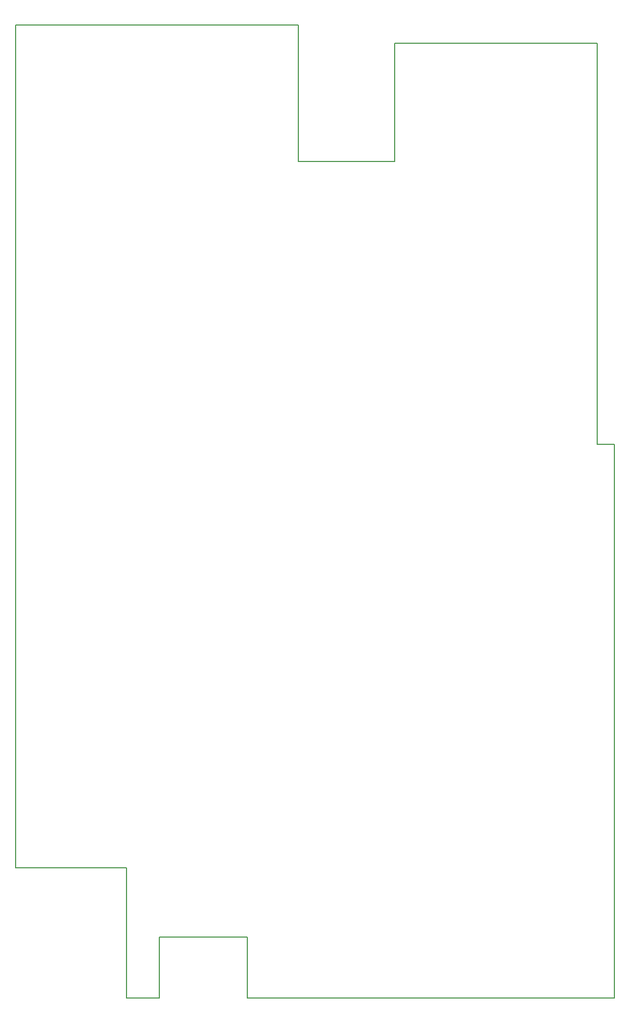
<source format=gko>
G75*
G70*
%OFA0B0*%
%FSLAX24Y24*%
%IPPOS*%
%LPD*%
%AMOC8*
5,1,8,0,0,1.08239X$1,22.5*
%
%ADD10C,0.0079*%
D10*
X001457Y011523D02*
X001457Y065460D01*
X019568Y065460D01*
X019568Y056719D01*
X025709Y056719D01*
X025709Y064279D01*
X038702Y064279D01*
X038702Y038609D01*
X039804Y038609D01*
X039804Y003176D01*
X016300Y003176D01*
X016300Y007074D01*
X010670Y007074D01*
X010670Y003176D01*
X008544Y003176D01*
X008544Y011523D01*
X001457Y011523D01*
M02*

</source>
